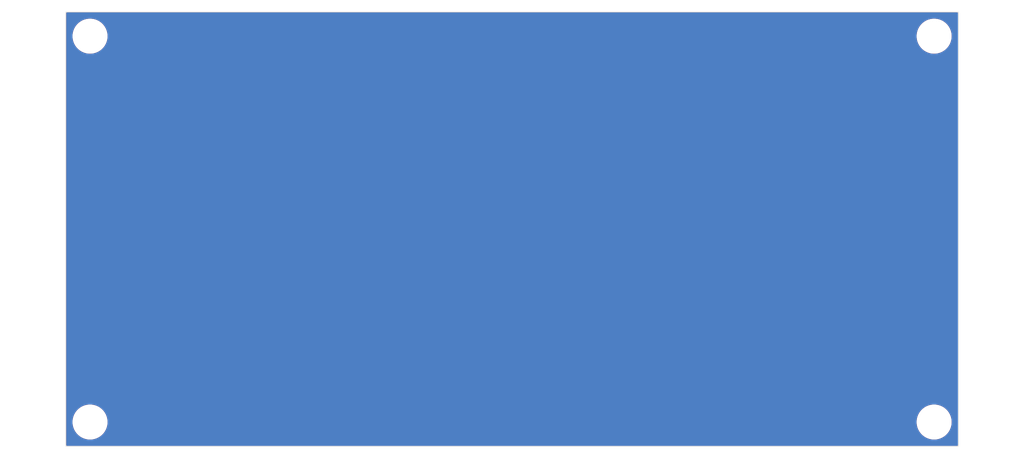
<source format=kicad_pcb>
(kicad_pcb (version 20240108) (generator "pcbnew") (generator_version "8.0")
  (layers (0 "F.Cu" signal) (31 "B.Cu" signal) (34 "B.Paste" user) (35 "F.Paste" user) (36 "B.SilkS" user "B.Silkscreen") (37 "F.SilkS" user "F.Silkscreen") (38 "B.Mask" user) (39 "F.Mask" user) (44 "Edge.Cuts" user))
  (net 0 "")
  (footprint "MountingHole:MountingHole_3.2mm_M3" (layer "F.Cu") (at 193.04 81.28)
    (property "Reference" "REF**" (hide yes))
    (property "Value" "MountingHole_3.2mm_M3")
    (pad "" np_thru_hole circle (at 0 0) (size 3.2 3.2) (drill 3.2) (layers "*.Cu" "*.Mask"))
  )
  (footprint "MountingHole:MountingHole_3.2mm_M3" (layer "F.Cu") (at 104.14 121.92)
    (property "Reference" "REF**" (hide yes))
    (property "Value" "MountingHole_3.2mm_M3")
    (pad "" np_thru_hole circle (at 0 0) (size 3.2 3.2) (drill 3.2) (layers "*.Cu" "*.Mask"))
  )
  (footprint "MountingHole:MountingHole_3.2mm_M3" (layer "F.Cu") (at 193.04 121.92)
    (property "Reference" "REF**" (hide yes))
    (property "Value" "MountingHole_3.2mm_M3")
    (pad "" np_thru_hole circle (at 0 0) (size 3.2 3.2) (drill 3.2) (layers "*.Cu" "*.Mask"))
  )
  (footprint "MountingHole:MountingHole_3.2mm_M3" (layer "F.Cu") (at 104.14 81.28)
    (property "Reference" "REF**" (hide yes))
    (property "Value" "MountingHole_3.2mm_M3")
    (pad "" np_thru_hole circle (at 0 0) (size 3.2 3.2) (drill 3.2) (layers "*.Cu" "*.Mask"))
  )
  (gr_line (start 195.58 124.46) (end 195.58 78.74) (stroke (width 0.05)) (layer "Edge.Cuts"))
  (gr_line (start 101.6 78.74) (end 101.6 124.46) (stroke (width 0.05)) (layer "Edge.Cuts"))
  (gr_line (start 101.6 124.46) (end 195.58 124.46) (stroke (width 0.05)) (layer "Edge.Cuts"))
  (gr_line (start 195.58 78.74) (end 101.6 78.74) (stroke (width 0.05)) (layer "Edge.Cuts"))
  (zone (net 0) (net_name "") (layer "F.Cu") (connect_pads no (clearance 0.508)) (min_thickness 0.254) (fill yes (thermal_gap 0.508) (thermal_bridge_width 0.508))
    (polygon (pts (xy 196.85 80.01) (xy 196.85 123.19) (xy 194.31 125.73) (xy 102.87 125.73) (xy 100.33 123.19) (xy 100.33 80.01) (xy 102.87 77.47) (xy 194.31 77.47)))
  )
  (zone (net 0) (net_name "") (layer "B.Cu") (connect_pads (clearance 0.508)) (min_thickness 0.254) (fill yes (thermal_gap 0.508) (thermal_bridge_width 0.508))
    (polygon (pts (xy 196.85 80.01) (xy 196.85 123.19) (xy 194.31 125.73) (xy 102.87 125.73) (xy 100.33 123.19) (xy 100.33 80.01) (xy 102.87 77.47) (xy 194.31 77.47)))
  )
)
</source>
